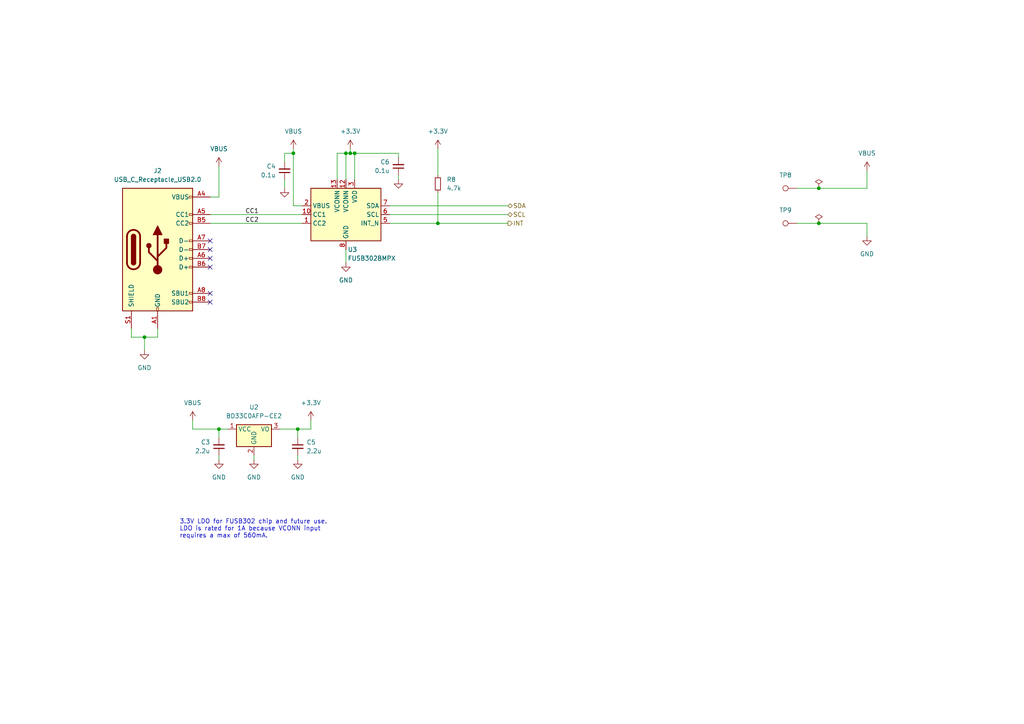
<source format=kicad_sch>
(kicad_sch (version 20211123) (generator eeschema)
  (paper "A4")
  (title_block (title "Battery Simulator PCB") (date "2022-12-27") (rev "1") (company "SK Electronics Consulting") (comment 1 "Client: None") (comment 2 "Power Input"))
  (lib_symbols
    (symbol "Connector:TestPoint" (pin_numbers hide) (pin_names (offset 0.762) hide)
      (property "Reference" "TP" (at 0 6.858 0))
      (property "Value" "TestPoint" (at 0 5.08 0))
      (symbol "TestPoint_0_1"
        (circle (center 0 3.302) (radius 0.762))
      )
      (symbol "TestPoint_1_1"
        (pin passive line (at 0 0 90) (length 2.54) (name "1") (number "1"))
      )
    )
    (symbol "Connector:USB_C_Receptacle_USB2.0" (pin_names (offset 1.016))
      (property "Reference" "J" (at -10.16 19.05 0))
      (property "Value" "USB_C_Receptacle_USB2.0" (at 19.05 19.05 0))
      (symbol "USB_C_Receptacle_USB2.0_0_0"
        (rectangle (start -0.254 -17.78) (end 0.254 -16.764))
        (rectangle (start 10.16 -14.986) (end 9.144 -15.494))
        (rectangle (start 10.16 -12.446) (end 9.144 -12.954))
        (rectangle (start 10.16 -4.826) (end 9.144 -5.334))
        (rectangle (start 10.16 -2.286) (end 9.144 -2.794))
        (rectangle (start 10.16 0.254) (end 9.144 -0.254))
        (rectangle (start 10.16 2.794) (end 9.144 2.286))
        (rectangle (start 10.16 7.874) (end 9.144 7.366))
        (rectangle (start 10.16 10.414) (end 9.144 9.906))
        (rectangle (start 10.16 15.494) (end 9.144 14.986))
      )
      (symbol "USB_C_Receptacle_USB2.0_0_1"
        (rectangle (start -10.16 17.78) (end 10.16 -17.78) (stroke (width 0.254)) (fill (type background)))
        (arc (start -8.89 -3.81) (mid -6.985 -5.715) (end -5.08 -3.81) (stroke (width 0.508)))
        (arc (start -7.62 -3.81) (mid -6.985 -4.445) (end -6.35 -3.81) (stroke (width 0.254)))
        (arc (start -7.62 -3.81) (mid -6.985 -4.445) (end -6.35 -3.81) (stroke (width 0.254)) (fill (type outline)))
        (rectangle (start -7.62 -3.81) (end -6.35 3.81) (stroke (width 0.254)) (fill (type outline)))
        (arc (start -6.35 3.81) (mid -6.985 4.445) (end -7.62 3.81) (stroke (width 0.254)))
        (arc (start -6.35 3.81) (mid -6.985 4.445) (end -7.62 3.81) (stroke (width 0.254)) (fill (type outline)))
        (arc (start -5.08 3.81) (mid -6.985 5.715) (end -8.89 3.81) (stroke (width 0.508)))
        (circle (center -2.54 1.143) (radius 0.635) (stroke (width 0.254)) (fill (type outline)))
        (circle (center 0 -5.842) (radius 1.27) (fill (type outline)))
        (polyline (pts (xy -8.89 -3.81) (xy -8.89 3.81)) (stroke (width 0.508)))
        (polyline (pts (xy -5.08 3.81) (xy -5.08 -3.81)) (stroke (width 0.508)))
        (polyline (pts (xy 0 -5.842) (xy 0 4.318)) (stroke (width 0.508)))
        (polyline (pts (xy 0 -3.302) (xy -2.54 -0.762) (xy -2.54 0.508)) (stroke (width 0.508)))
        (polyline (pts (xy 0 -2.032) (xy 2.54 0.508) (xy 2.54 1.778)) (stroke (width 0.508)))
        (polyline (pts (xy -1.27 4.318) (xy 0 6.858) (xy 1.27 4.318) (xy -1.27 4.318)) (stroke (width 0.254)) (fill (type outline)))
        (rectangle (start 1.905 1.778) (end 3.175 3.048) (stroke (width 0.254)) (fill (type outline)))
      )
      (symbol "USB_C_Receptacle_USB2.0_1_1"
        (pin passive line (at 0 -22.86 90) (length 5.08) (name "GND") (number "A1"))
        (pin passive line (at 0 -22.86 90) (length 5.08) hide (name "GND") (number "A12"))
        (pin passive line (at 15.24 15.24 180) (length 5.08) (name "VBUS") (number "A4"))
        (pin bidirectional line (at 15.24 10.16 180) (length 5.08) (name "CC1") (number "A5"))
        (pin bidirectional line (at 15.24 -2.54 180) (length 5.08) (name "D+") (number "A6"))
        (pin bidirectional line (at 15.24 2.54 180) (length 5.08) (name "D-") (number "A7"))
        (pin bidirectional line (at 15.24 -12.7 180) (length 5.08) (name "SBU1") (number "A8"))
        (pin passive line (at 15.24 15.24 180) (length 5.08) hide (name "VBUS") (number "A9"))
        (pin passive line (at 0 -22.86 90) (length 5.08) hide (name "GND") (number "B1"))
        (pin passive line (at 0 -22.86 90) (length 5.08) hide (name "GND") (number "B12"))
        (pin passive line (at 15.24 15.24 180) (length 5.08) hide (name "VBUS") (number "B4"))
        (pin bidirectional line (at 15.24 7.62 180) (length 5.08) (name "CC2") (number "B5"))
        (pin bidirectional line (at 15.24 -5.08 180) (length 5.08) (name "D+") (number "B6"))
        (pin bidirectional line (at 15.24 0 180) (length 5.08) (name "D-") (number "B7"))
        (pin bidirectional line (at 15.24 -15.24 180) (length 5.08) (name "SBU2") (number "B8"))
        (pin passive line (at 15.24 15.24 180) (length 5.08) hide (name "VBUS") (number "B9"))
        (pin passive line (at -7.62 -22.86 90) (length 5.08) (name "SHIELD") (number "S1"))
      )
    )
    (symbol "Device:C_Small" (pin_numbers hide) (pin_names (offset 0.254) hide)
      (property "Reference" "C" (at 0.254 1.778 0))
      (property "Value" "C_Small" (at 0.254 -2.032 0))
      (symbol "C_Small_0_1"
        (polyline (pts (xy -1.524 -0.508) (xy 1.524 -0.508)) (stroke (width 0.3302)))
        (polyline (pts (xy -1.524 0.508) (xy 1.524 0.508)) (stroke (width 0.3048)))
      )
      (symbol "C_Small_1_1"
        (pin passive line (at 0 2.54 270) (length 2.032) (name "~") (number "1"))
        (pin passive line (at 0 -2.54 90) (length 2.032) (name "~") (number "2"))
      )
    )
    (symbol "Device:R_Small" (pin_numbers hide) (pin_names (offset 0.254) hide)
      (property "Reference" "R" (at 0.762 0.508 0))
      (property "Value" "R_Small" (at 0.762 -1.016 0))
      (symbol "R_Small_0_1"
        (rectangle (start -0.762 1.778) (end 0.762 -1.778) (stroke (width 0.2032)))
      )
      (symbol "R_Small_1_1"
        (pin passive line (at 0 2.54 270) (length 0.762) (name "~") (number "1"))
        (pin passive line (at 0 -2.54 90) (length 0.762) (name "~") (number "2"))
      )
    )
    (symbol "Interface_USB:FUSB302BMPX"
      (property "Reference" "U" (at -10.16 8.89 0))
      (property "Value" "FUSB302BMPX" (at 3.81 8.89 0))
      (symbol "FUSB302BMPX_0_1"
        (rectangle (start -10.16 7.62) (end 10.16 -7.62) (stroke (width 0.254)) (fill (type background)))
      )
      (symbol "FUSB302BMPX_1_1"
        (pin bidirectional line (at 12.7 -2.54 180) (length 2.54) (name "CC2") (number "1"))
        (pin bidirectional line (at 12.7 0 180) (length 2.54) (name "CC1") (number "10"))
        (pin bidirectional line (at 12.7 0 180) (length 2.54) hide (name "CC1") (number "11"))
        (pin power_in line (at 0 10.16 270) (length 2.54) (name "VCONN") (number "12"))
        (pin power_in line (at 2.54 10.16 270) (length 2.54) (name "VCONN") (number "13"))
        (pin bidirectional line (at 12.7 -2.54 180) (length 2.54) hide (name "CC2") (number "14"))
        (pin passive line (at 0 -10.16 90) (length 2.54) hide (name "GND") (number "15"))
        (pin input line (at 12.7 2.54 180) (length 2.54) (name "VBUS") (number "2"))
        (pin power_in line (at -2.54 10.16 270) (length 2.54) (name "VDD") (number "3"))
        (pin passive line (at -2.54 10.16 270) (length 2.54) hide (name "VDD") (number "4"))
        (pin open_collector line (at -12.7 -2.54 0) (length 2.54) (name "INT_N") (number "5"))
        (pin input line (at -12.7 0 0) (length 2.54) (name "SCL") (number "6"))
        (pin bidirectional line (at -12.7 2.54 0) (length 2.54) (name "SDA") (number "7"))
        (pin power_in line (at 0 -10.16 90) (length 2.54) (name "GND") (number "8"))
        (pin passive line (at 0 -10.16 90) (length 2.54) hide (name "GND") (number "9"))
      )
    )
    (symbol "battery simulator:BD33C0AFP-CE2"
      (property "Reference" "U" (at 0 7.62 0))
      (property "Value" "BD33C0AFP-CE2" (at 0 5.08 0))
      (symbol "BD33C0AFP-CE2_1_1"
        (rectangle (start -5.08 -5.08) (end 5.08 1.27) (stroke (width 0.254)) (fill (type background)))
        (pin power_in line (at -7.62 0 0) (length 2.54) (name "VCC") (number "1"))
        (pin power_in line (at 0 -7.62 90) (length 2.54) (name "GND") (number "2"))
        (pin power_out line (at 7.62 0 180) (length 2.54) (name "VO") (number "3"))
      )
    )
    (symbol "power:+3.3V" (power) (pin_names (offset 0))
      (property "Value" "+3.3V" (at 0 3.556 0))
      (symbol "+3.3V_0_1"
        (polyline (pts (xy -0.762 1.27) (xy 0 2.54)))
        (polyline (pts (xy 0 0) (xy 0 2.54)))
        (polyline (pts (xy 0 2.54) (xy 0.762 1.27)))
      )
      (symbol "+3.3V_1_1"
        (pin power_in line (at 0 0 90) (length 0) hide (name "+3.3V") (number "1"))
      )
    )
    (symbol "power:GND" (power) (pin_names (offset 0))
      (property "Value" "GND" (at 0 -3.81 0))
      (symbol "GND_0_1"
        (polyline (pts (xy 0 0) (xy 0 -1.27) (xy 1.27 -1.27) (xy 0 -2.54) (xy -1.27 -1.27) (xy 0 -1.27)))
      )
      (symbol "GND_1_1"
        (pin power_in line (at 0 0 270) (length 0) hide (name "GND") (number "1"))
      )
    )
    (symbol "power:PWR_FLAG" (power) (pin_numbers hide) (pin_names (offset 0) hide)
      (property "Value" "PWR_FLAG" (at 0 3.81 0))
      (symbol "PWR_FLAG_0_0"
        (pin power_out line (at 0 0 90) (length 0) (name "pwr") (number "1"))
      )
      (symbol "PWR_FLAG_0_1"
        (polyline (pts (xy 0 0) (xy 0 1.27) (xy -1.016 1.905) (xy 0 2.54) (xy 1.016 1.905) (xy 0 1.27)))
      )
    )
    (symbol "power:VBUS" (power) (pin_names (offset 0))
      (property "Value" "VBUS" (at 0 3.81 0))
      (symbol "VBUS_0_1"
        (polyline (pts (xy -0.762 1.27) (xy 0 2.54)))
        (polyline (pts (xy 0 0) (xy 0 2.54)))
        (polyline (pts (xy 0 2.54) (xy 0.762 1.27)))
      )
      (symbol "VBUS_1_1"
        (pin power_in line (at 0 0 90) (length 0) hide (name "VBUS") (number "1"))
      )
    )
  )
  (junction (at 86.36 124.46))
  (junction (at 101.6 44.45))
  (junction (at 102.87 44.45))
  (junction (at 100.33 44.45))
  (junction (at 237.49 64.77))
  (junction (at 127 64.77))
  (junction (at 63.5 124.46))
  (junction (at 85.09 44.45))
  (junction (at 41.91 97.79))
  (junction (at 237.49 54.61))
  (no_connect (at 60.96 77.47))
  (no_connect (at 60.96 87.63))
  (no_connect (at 60.96 85.09))
  (no_connect (at 60.96 72.39))
  (no_connect (at 60.96 74.93))
  (no_connect (at 60.96 69.85))
  (wire (pts (xy 237.49 54.61) (xy 251.46 54.61)))
  (wire (pts (xy 85.09 44.45) (xy 85.09 59.69)))
  (wire (pts (xy 85.09 43.18) (xy 85.09 44.45)))
  (wire (pts (xy 73.66 132.08) (xy 73.66 133.35)))
  (wire (pts (xy 101.6 44.45) (xy 102.87 44.45)))
  (wire (pts (xy 63.5 57.15) (xy 63.5 48.26)))
  (wire (pts (xy 86.36 124.46) (xy 81.28 124.46)))
  (wire (pts (xy 86.36 132.08) (xy 86.36 133.35)))
  (wire (pts (xy 127 64.77) (xy 147.32 64.77)))
  (wire (pts (xy 63.5 124.46) (xy 55.88 124.46)))
  (wire (pts (xy 82.55 46.99) (xy 82.55 44.45)))
  (wire (pts (xy 82.55 44.45) (xy 85.09 44.45)))
  (wire (pts (xy 100.33 72.39) (xy 100.33 76.2)))
  (wire (pts (xy 86.36 127) (xy 86.36 124.46)))
  (wire (pts (xy 87.63 59.69) (xy 85.09 59.69)))
  (wire (pts (xy 113.03 62.23) (xy 147.32 62.23)))
  (wire (pts (xy 127 43.18) (xy 127 50.8)))
  (wire (pts (xy 45.72 97.79) (xy 45.72 95.25)))
  (wire (pts (xy 127 55.88) (xy 127 64.77)))
  (wire (pts (xy 251.46 64.77) (xy 251.46 68.58)))
  (wire (pts (xy 231.14 64.77) (xy 237.49 64.77)))
  (wire (pts (xy 60.96 57.15) (xy 63.5 57.15)))
  (wire (pts (xy 38.1 95.25) (xy 38.1 97.79)))
  (wire (pts (xy 113.03 59.69) (xy 147.32 59.69)))
  (wire (pts (xy 102.87 44.45) (xy 102.87 52.07)))
  (wire (pts (xy 100.33 52.07) (xy 100.33 44.45)))
  (wire (pts (xy 113.03 64.77) (xy 127 64.77)))
  (wire (pts (xy 63.5 132.08) (xy 63.5 133.35)))
  (wire (pts (xy 97.79 52.07) (xy 97.79 44.45)))
  (wire (pts (xy 90.17 124.46) (xy 86.36 124.46)))
  (wire (pts (xy 237.49 64.77) (xy 251.46 64.77)))
  (wire (pts (xy 231.14 54.61) (xy 237.49 54.61)))
  (wire (pts (xy 66.04 124.46) (xy 63.5 124.46)))
  (wire (pts (xy 63.5 124.46) (xy 63.5 127)))
  (wire (pts (xy 97.79 44.45) (xy 100.33 44.45)))
  (wire (pts (xy 90.17 121.92) (xy 90.17 124.46)))
  (wire (pts (xy 115.57 50.8) (xy 115.57 52.07)))
  (wire (pts (xy 55.88 124.46) (xy 55.88 121.92)))
  (wire (pts (xy 38.1 97.79) (xy 41.91 97.79)))
  (wire (pts (xy 100.33 44.45) (xy 101.6 44.45)))
  (wire (pts (xy 115.57 45.72) (xy 115.57 44.45)))
  (wire (pts (xy 41.91 97.79) (xy 41.91 101.6)))
  (wire (pts (xy 102.87 44.45) (xy 115.57 44.45)))
  (wire (pts (xy 251.46 49.53) (xy 251.46 54.61)))
  (wire (pts (xy 60.96 62.23) (xy 87.63 62.23)))
  (wire (pts (xy 41.91 97.79) (xy 45.72 97.79)))
  (wire (pts (xy 60.96 64.77) (xy 87.63 64.77)))
  (wire (pts (xy 101.6 43.18) (xy 101.6 44.45)))
  (wire (pts (xy 82.55 52.07) (xy 82.55 54.61)))
  (text "3.3V LDO for FUSB302 chip and future use.\nLDO is rated for 1A because VCONN input \nrequires a max of 560mA." (at 52.07 156.21 0) (effects (font (size 1.27 1.27)) (justify left bottom)))
  (label "CC1" (at 71.12 62.23 0))
  (label "CC2" (at 71.12 64.77 0))
  (hierarchical_label "SDA" (shape bidirectional) (at 147.32 59.69 0))
  (hierarchical_label "SCL" (shape bidirectional) (at 147.32 62.23 0))
  (hierarchical_label "INT" (shape output) (at 147.32 64.77 0))
  (symbol (lib_id "power:GND") (at 100.33 76.2 0) (unit 1)
    (property "Reference" "#PWR025" (effects hide))
    (property "Value" "GND" (at 100.33 81.28 0))
  )
  (symbol (lib_id "power:VBUS") (at 63.5 48.26 0) (unit 1)
    (property "Reference" "#PWR018" (effects hide))
    (property "Value" "VBUS" (at 63.5 43.18 0))
  )
  (symbol (lib_id "power:+3.3V") (at 127 43.18 0) (unit 1)
    (property "Reference" "#PWR028" (effects hide))
    (property "Value" "+3.3V" (at 127 38.1 0))
  )
  (symbol (lib_id "power:PWR_FLAG") (at 237.49 54.61 0) (unit 1)
    (property "Reference" "#FLG0102" (effects hide))
    (property "Value" "PWR_FLAG" (effects hide))
  )
  (symbol (lib_id "power:+3.3V") (at 101.6 43.18 0) (unit 1)
    (property "Reference" "#PWR026" (effects hide))
    (property "Value" "+3.3V" (at 101.6 38.1 0))
  )
  (symbol (lib_id "Device:C_Small") (at 82.55 49.53 0) (mirror x) (unit 1)
    (property "Reference" "C4" (at 80.01 48.2535 0) (effects (justify right)))
    (property "Value" "0.1u" (at 80.01 50.7935 0) (effects (justify right)))
    (property "Footprint" "Capacitor_SMD:C_0402_1005Metric_Pad0.74x0.62mm_HandSolder" (effects hide))
  )
  (symbol (lib_id "Connector:TestPoint") (at 231.14 54.61 90) (unit 1)
    (property "Reference" "TP8" (at 227.838 50.8 90))
    (property "Value" "TestPoint" (effects hide))
    (property "Footprint" "Connector_Wire:SolderWire-1sqmm_1x01_D1.4mm_OD2.7mm" (effects hide))
  )
  (symbol (lib_id "power:+3.3V") (at 90.17 121.92 0) (unit 1)
    (property "Reference" "#PWR024" (effects hide))
    (property "Value" "+3.3V" (at 90.17 116.84 0))
  )
  (symbol (lib_id "power:VBUS") (at 55.88 121.92 0) (unit 1)
    (property "Reference" "#PWR017" (effects hide))
    (property "Value" "VBUS" (at 55.88 116.84 0))
  )
  (symbol (lib_id "Device:C_Small") (at 86.36 129.54 0) (unit 1)
    (property "Reference" "C5" (at 88.9 128.2762 0) (effects (justify left)))
    (property "Value" "2.2u" (at 88.9 130.8162 0) (effects (justify left)))
    (property "Footprint" "Capacitor_SMD:C_0805_2012Metric" (effects hide))
  )
  (symbol (lib_id "Connector:USB_C_Receptacle_USB2.0") (at 45.72 72.39 0) (unit 1)
    (property "Reference" "J2" (at 45.72 49.53 0))
    (property "Value" "USB_C_Receptacle_USB2.0" (at 45.72 52.07 0))
    (property "Footprint" "Connector_USB:USB_C_Receptacle_GCT_USB4085" (effects hide))
    (property "Datasheet" "https://www.usb.org/sites/default/files/documents/usb_type-c.zip" (effects hide))
  )
  (symbol (lib_id "power:GND") (at 115.57 52.07 0) (unit 1)
    (property "Reference" "#PWR027" (effects hide))
    (property "Value" "GND" (effects hide))
  )
  (symbol (lib_id "Device:R_Small") (at 127 53.34 0) (unit 1)
    (property "Reference" "R8" (at 129.54 52.0699 0) (effects (justify left)))
    (property "Value" "4.7k" (at 129.54 54.6099 0) (effects (justify left)))
    (property "Footprint" "Resistor_SMD:R_0402_1005Metric_Pad0.72x0.64mm_HandSolder" (effects hide))
  )
  (symbol (lib_id "power:VBUS") (at 85.09 43.18 0) (unit 1)
    (property "Reference" "#PWR022" (effects hide))
    (property "Value" "VBUS" (at 85.09 38.1 0))
  )
  (symbol (lib_id "power:VBUS") (at 251.46 49.53 0) (unit 1)
    (property "Reference" "#PWR029" (effects hide))
    (property "Value" "VBUS" (at 251.46 44.45 0))
  )
  (symbol (lib_id "power:GND") (at 73.66 133.35 0) (unit 1)
    (property "Reference" "#PWR020" (effects hide))
    (property "Value" "GND" (at 73.66 138.43 0))
  )
  (symbol (lib_id "power:GND") (at 251.46 68.58 0) (unit 1)
    (property "Reference" "#PWR015" (effects hide))
    (property "Value" "GND" (at 251.46 73.66 0))
  )
  (symbol (lib_id "power:GND") (at 82.55 54.61 0) (unit 1)
    (property "Reference" "#PWR021" (effects hide))
    (property "Value" "GND" (effects hide))
  )
  (symbol (lib_id "Connector:TestPoint") (at 231.14 64.77 90) (unit 1)
    (property "Reference" "TP9" (at 227.838 60.96 90))
    (property "Value" "TestPoint" (effects hide))
    (property "Footprint" "Connector_Wire:SolderWire-1sqmm_1x01_D1.4mm_OD2.7mm" (effects hide))
  )
  (symbol (lib_id "power:GND") (at 63.5 133.35 0) (unit 1)
    (property "Reference" "#PWR019" (effects hide))
    (property "Value" "GND" (at 63.5 138.43 0))
  )
  (symbol (lib_id "Device:C_Small") (at 63.5 129.54 0) (mirror x) (unit 1)
    (property "Reference" "C3" (at 60.96 128.2635 0) (effects (justify right)))
    (property "Value" "2.2u" (at 60.96 130.8035 0) (effects (justify right)))
    (property "Footprint" "Capacitor_SMD:C_0805_2012Metric" (effects hide))
  )
  (symbol (lib_id "Device:C_Small") (at 115.57 48.26 0) (mirror x) (unit 1)
    (property "Reference" "C6" (at 113.03 46.9835 0) (effects (justify right)))
    (property "Value" "0.1u" (at 113.03 49.5235 0) (effects (justify right)))
    (property "Footprint" "Capacitor_SMD:C_0402_1005Metric_Pad0.74x0.62mm_HandSolder" (effects hide))
  )
  (symbol (lib_id "power:PWR_FLAG") (at 237.49 64.77 0) (unit 1)
    (property "Reference" "#FLG0101" (effects hide))
    (property "Value" "PWR_FLAG" (effects hide))
  )
  (symbol (lib_id "Interface_USB:FUSB302BMPX") (at 100.33 62.23 0) (mirror y) (unit 1)
    (property "Reference" "U3" (at 100.8506 72.39 0) (effects (justify right)))
    (property "Value" "FUSB302BMPX" (at 100.8506 74.93 0) (effects (justify right)))
    (property "Footprint" "Package_DFN_QFN:WQFN-14-1EP_2.5x2.5mm_P0.5mm_EP1.45x1.45mm" (effects hide))
    (property "Datasheet" "http://www.onsemi.com/pub/Collateral/FUSB302B-D.PDF" (effects hide))
  )
  (symbol (lib_id "power:GND") (at 86.36 133.35 0) (unit 1)
    (property "Reference" "#PWR023" (effects hide))
    (property "Value" "GND" (at 86.36 138.43 0))
  )
  (symbol (lib_id "battery simulator:BD33C0AFP-CE2") (at 73.66 124.46 0) (unit 1)
    (property "Reference" "U2" (at 73.66 118.11 0))
    (property "Value" "BD33C0AFP-CE2" (at 73.66 120.65 0))
    (property "Footprint" "Package_TO_SOT_SMD:TO-252-2" (effects hide))
    (property "Datasheet" "https://fscdn.rohm.com/en/products/databook/datasheet/ic/power/linear_regulator/bdxxc0axxxx-c-e.pdf" (effects hide))
  )
  (symbol (lib_id "power:GND") (at 41.91 101.6 0) (unit 1)
    (property "Reference" "#PWR016" (effects hide))
    (property "Value" "GND" (at 41.91 106.68 0))
  )
)
</source>
